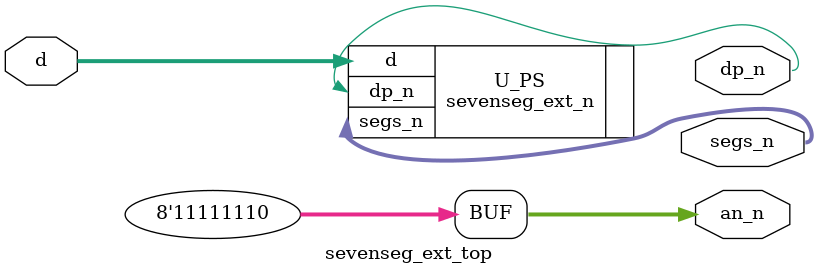
<source format=sv>
`timescale 1ns / 1ps


module sevenseg_ext_top(
    input logic [6:0] d,
    output logic [6:0] segs_n,
    output logic dp_n,
    output logic [7:0] an_n
    );
    
    sevenseg_ext_n U_PS(.d, .segs_n, .dp_n);
    assign an_n = 8'b11111110;
endmodule

</source>
